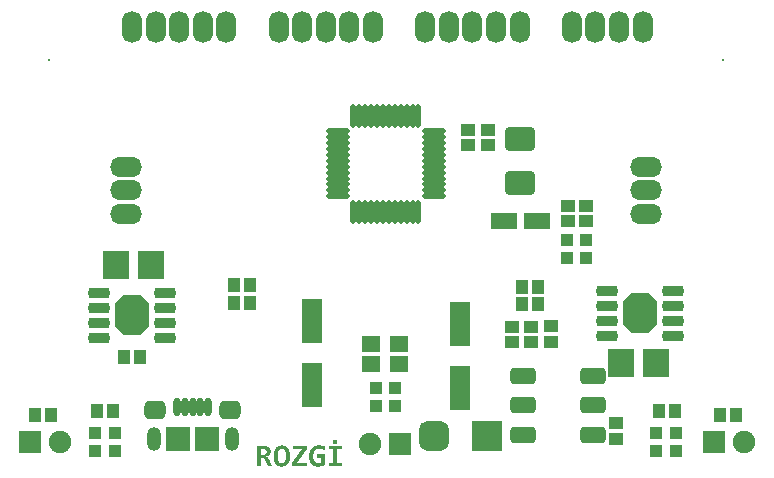
<source format=gts>
G04 Layer_Color=8388736*
%FSLAX44Y44*%
%MOMM*%
G71*
G01*
G75*
%ADD71R,1.0532X1.1532*%
%ADD72R,1.0032X1.0032*%
G04:AMPARAMS|DCode=73|XSize=3.4032mm|YSize=2.8532mm|CornerRadius=0mm|HoleSize=0mm|Usage=FLASHONLY|Rotation=90.000|XOffset=0mm|YOffset=0mm|HoleType=Round|Shape=Octagon|*
%AMOCTAGOND73*
4,1,8,0.7133,1.7016,-0.7133,1.7016,-1.4266,0.9883,-1.4266,-0.9883,-0.7133,-1.7016,0.7133,-1.7016,1.4266,-0.9883,1.4266,0.9883,0.7133,1.7016,0.0*
%
%ADD73OCTAGOND73*%

G04:AMPARAMS|DCode=74|XSize=0.9032mm|YSize=1.8032mm|CornerRadius=0.2766mm|HoleSize=0mm|Usage=FLASHONLY|Rotation=90.000|XOffset=0mm|YOffset=0mm|HoleType=Round|Shape=RoundedRectangle|*
%AMROUNDEDRECTD74*
21,1,0.9032,1.2500,0,0,90.0*
21,1,0.3500,1.8032,0,0,90.0*
1,1,0.5532,0.6250,0.1750*
1,1,0.5532,0.6250,-0.1750*
1,1,0.5532,-0.6250,-0.1750*
1,1,0.5532,-0.6250,0.1750*
%
%ADD74ROUNDEDRECTD74*%
%ADD75R,1.1032X1.2032*%
%ADD76R,1.2032X1.1032*%
G04:AMPARAMS|DCode=77|XSize=0.4832mm|YSize=2.0032mm|CornerRadius=0.1506mm|HoleSize=0mm|Usage=FLASHONLY|Rotation=180.000|XOffset=0mm|YOffset=0mm|HoleType=Round|Shape=RoundedRectangle|*
%AMROUNDEDRECTD77*
21,1,0.4832,1.7020,0,0,180.0*
21,1,0.1820,2.0032,0,0,180.0*
1,1,0.3012,-0.0910,0.8510*
1,1,0.3012,0.0910,0.8510*
1,1,0.3012,0.0910,-0.8510*
1,1,0.3012,-0.0910,-0.8510*
%
%ADD77ROUNDEDRECTD77*%
G04:AMPARAMS|DCode=78|XSize=0.4832mm|YSize=2.0032mm|CornerRadius=0.1506mm|HoleSize=0mm|Usage=FLASHONLY|Rotation=270.000|XOffset=0mm|YOffset=0mm|HoleType=Round|Shape=RoundedRectangle|*
%AMROUNDEDRECTD78*
21,1,0.4832,1.7020,0,0,270.0*
21,1,0.1820,2.0032,0,0,270.0*
1,1,0.3012,-0.8510,-0.0910*
1,1,0.3012,-0.8510,0.0910*
1,1,0.3012,0.8510,0.0910*
1,1,0.3012,0.8510,-0.0910*
%
%ADD78ROUNDEDRECTD78*%
%ADD79R,1.8032X3.7032*%
%ADD80R,1.1532X1.0532*%
G04:AMPARAMS|DCode=81|XSize=1.4032mm|YSize=2.2032mm|CornerRadius=0.3416mm|HoleSize=0mm|Usage=FLASHONLY|Rotation=90.000|XOffset=0mm|YOffset=0mm|HoleType=Round|Shape=RoundedRectangle|*
%AMROUNDEDRECTD81*
21,1,1.4032,1.5200,0,0,90.0*
21,1,0.7200,2.2032,0,0,90.0*
1,1,0.6832,0.7600,0.3600*
1,1,0.6832,0.7600,-0.3600*
1,1,0.6832,-0.7600,-0.3600*
1,1,0.6832,-0.7600,0.3600*
%
%ADD81ROUNDEDRECTD81*%
G04:AMPARAMS|DCode=82|XSize=2.1032mm|YSize=2.6032mm|CornerRadius=0.4816mm|HoleSize=0mm|Usage=FLASHONLY|Rotation=90.000|XOffset=0mm|YOffset=0mm|HoleType=Round|Shape=RoundedRectangle|*
%AMROUNDEDRECTD82*
21,1,2.1032,1.6400,0,0,90.0*
21,1,1.1400,2.6032,0,0,90.0*
1,1,0.9632,0.8200,0.5700*
1,1,0.9632,0.8200,-0.5700*
1,1,0.9632,-0.8200,-0.5700*
1,1,0.9632,-0.8200,0.5700*
%
%ADD82ROUNDEDRECTD82*%
G04:AMPARAMS|DCode=83|XSize=2.5032mm|YSize=2.5032mm|CornerRadius=0.6766mm|HoleSize=0mm|Usage=FLASHONLY|Rotation=0.000|XOffset=0mm|YOffset=0mm|HoleType=Round|Shape=RoundedRectangle|*
%AMROUNDEDRECTD83*
21,1,2.5032,1.1500,0,0,0.0*
21,1,1.1500,2.5032,0,0,0.0*
1,1,1.3532,0.5750,-0.5750*
1,1,1.3532,-0.5750,-0.5750*
1,1,1.3532,-0.5750,0.5750*
1,1,1.3532,0.5750,0.5750*
%
%ADD83ROUNDEDRECTD83*%
%ADD84R,2.5032X2.5032*%
%ADD85R,1.5532X1.3532*%
%ADD86R,2.2032X1.4032*%
%ADD87R,2.1032X2.0032*%
G04:AMPARAMS|DCode=88|XSize=1.8032mm|YSize=1.6032mm|CornerRadius=0.4516mm|HoleSize=0mm|Usage=FLASHONLY|Rotation=0.000|XOffset=0mm|YOffset=0mm|HoleType=Round|Shape=RoundedRectangle|*
%AMROUNDEDRECTD88*
21,1,1.8032,0.7000,0,0,0.0*
21,1,0.9000,1.6032,0,0,0.0*
1,1,0.9032,0.4500,-0.3500*
1,1,0.9032,-0.4500,-0.3500*
1,1,0.9032,-0.4500,0.3500*
1,1,0.9032,0.4500,0.3500*
%
%ADD88ROUNDEDRECTD88*%
%ADD89O,0.6032X1.5532*%
%ADD90R,2.2032X2.4032*%
%ADD91O,1.2032X2.0032*%
%ADD92C,1.9032*%
%ADD93R,1.9032X1.9032*%
%ADD94O,2.7032X1.7032*%
%ADD95O,1.7032X2.7032*%
%ADD96C,0.2032*%
G36*
X227952Y23770D02*
X228367Y23740D01*
X228782Y23681D01*
X229700Y23533D01*
X229759D01*
X229907Y23474D01*
X230114Y23415D01*
X230381Y23355D01*
X230707Y23237D01*
X231032Y23089D01*
X231358Y22911D01*
X231684Y22704D01*
X231714Y22674D01*
X231832Y22615D01*
X231980Y22467D01*
X232158Y22319D01*
X232365Y22082D01*
X232572Y21845D01*
X232780Y21549D01*
X232957Y21223D01*
X232987Y21193D01*
X233046Y21045D01*
X233106Y20868D01*
X233194Y20601D01*
X233283Y20275D01*
X233372Y19890D01*
X233402Y19446D01*
X233431Y18972D01*
Y18943D01*
Y18824D01*
Y18646D01*
X233402Y18409D01*
X233372Y18143D01*
X233313Y17847D01*
X233135Y17284D01*
Y17254D01*
X233076Y17165D01*
X233017Y17017D01*
X232928Y16840D01*
X232691Y16425D01*
X232365Y15981D01*
X232335Y15951D01*
X232276Y15892D01*
X232158Y15803D01*
X232039Y15685D01*
X231862Y15537D01*
X231654Y15388D01*
X231151Y15122D01*
X231121D01*
X231032Y15063D01*
X230884Y15003D01*
X230707Y14944D01*
X230470Y14855D01*
X230203Y14796D01*
X229611Y14648D01*
X229640D01*
X229729Y14619D01*
X229848Y14589D01*
X229996Y14530D01*
X230173Y14411D01*
X230381Y14293D01*
X230588Y14145D01*
X230795Y13937D01*
X230825Y13908D01*
X230884Y13819D01*
X231003Y13700D01*
X231121Y13493D01*
X231299Y13256D01*
X231477Y12960D01*
X231654Y12605D01*
X231862Y12220D01*
X234646Y6385D01*
X230795D01*
X228337Y11983D01*
Y12012D01*
X228278Y12101D01*
X228189Y12249D01*
X228100Y12427D01*
X227804Y12842D01*
X227597Y13019D01*
X227390Y13197D01*
X227360Y13226D01*
X227271Y13256D01*
X227153Y13315D01*
X226975Y13404D01*
X226768Y13493D01*
X226531Y13552D01*
X226234Y13582D01*
X225938Y13612D01*
X225316D01*
Y6385D01*
X222029D01*
Y23800D01*
X227597D01*
X227952Y23770D01*
D02*
G37*
G36*
X293375Y21134D02*
X289554D01*
Y9080D01*
X293375D01*
Y6385D01*
X282387D01*
Y9080D01*
X286208D01*
Y21134D01*
X282387D01*
Y23800D01*
X293375D01*
Y21134D01*
D02*
G37*
G36*
X263877D02*
X255821Y9347D01*
X263995D01*
Y6385D01*
X251734D01*
Y8814D01*
X259701Y20838D01*
X252001D01*
Y23800D01*
X263877D01*
Y21134D01*
D02*
G37*
G36*
X288103Y29042D02*
X288340Y29012D01*
X288607Y28894D01*
X288636D01*
X288666Y28864D01*
X288844Y28775D01*
X289051Y28657D01*
X289258Y28479D01*
X289317Y28420D01*
X289436Y28301D01*
X289584Y28094D01*
X289732Y27827D01*
Y27798D01*
X289762Y27768D01*
X289821Y27590D01*
X289880Y27353D01*
X289910Y27057D01*
Y27028D01*
Y26998D01*
X289880Y26791D01*
X289851Y26524D01*
X289732Y26258D01*
Y26228D01*
X289702Y26198D01*
X289614Y26050D01*
X289495Y25843D01*
X289288Y25636D01*
X289229Y25606D01*
X289110Y25488D01*
X288903Y25340D01*
X288636Y25221D01*
X288607D01*
X288577Y25192D01*
X288399Y25162D01*
X288162Y25103D01*
X287837Y25073D01*
X287777D01*
X287570Y25103D01*
X287333Y25132D01*
X287037Y25221D01*
X287007D01*
X286978Y25251D01*
X286830Y25340D01*
X286622Y25458D01*
X286415Y25636D01*
X286385Y25695D01*
X286267Y25814D01*
X286119Y26021D01*
X286000Y26258D01*
Y26287D01*
X285971Y26317D01*
X285941Y26495D01*
X285882Y26732D01*
X285852Y27057D01*
Y27087D01*
Y27117D01*
X285882Y27324D01*
X285912Y27561D01*
X286000Y27827D01*
Y27857D01*
X286030Y27887D01*
X286119Y28064D01*
X286237Y28272D01*
X286415Y28479D01*
X286474Y28538D01*
X286593Y28627D01*
X286800Y28775D01*
X287037Y28894D01*
X287067D01*
X287096Y28923D01*
X287274Y28982D01*
X287540Y29042D01*
X287837Y29071D01*
X287896D01*
X288103Y29042D01*
D02*
G37*
G36*
X275190Y24066D02*
X275546Y24037D01*
X275931Y24007D01*
X276760Y23859D01*
X276819D01*
X276967Y23829D01*
X277175Y23770D01*
X277471Y23711D01*
X277826Y23651D01*
X278211Y23533D01*
X279070Y23326D01*
Y20097D01*
X279011Y20127D01*
X278892Y20186D01*
X278685Y20246D01*
X278419Y20364D01*
X278093Y20482D01*
X277708Y20601D01*
X277323Y20719D01*
X276879Y20838D01*
X276819Y20868D01*
X276671Y20897D01*
X276434Y20956D01*
X276138Y21016D01*
X275783Y21075D01*
X275368Y21105D01*
X274924Y21164D01*
X274272D01*
X274035Y21134D01*
X273769Y21105D01*
X273413Y21045D01*
X273058Y20986D01*
X272673Y20868D01*
X272318Y20719D01*
X272288Y20690D01*
X272170Y20631D01*
X271992Y20542D01*
X271755Y20423D01*
X271518Y20246D01*
X271252Y20038D01*
X270985Y19801D01*
X270748Y19505D01*
X270718Y19476D01*
X270659Y19357D01*
X270541Y19209D01*
X270393Y18972D01*
X270245Y18706D01*
X270096Y18380D01*
X269948Y17995D01*
X269800Y17580D01*
Y17521D01*
X269741Y17373D01*
X269711Y17136D01*
X269652Y16840D01*
X269593Y16455D01*
X269534Y16011D01*
X269504Y15537D01*
X269475Y15003D01*
Y14974D01*
Y14944D01*
Y14767D01*
Y14500D01*
X269504Y14174D01*
X269534Y13789D01*
X269563Y13345D01*
X269711Y12486D01*
Y12427D01*
X269771Y12308D01*
X269830Y12101D01*
X269919Y11834D01*
X270037Y11538D01*
X270185Y11213D01*
X270541Y10591D01*
X270570Y10561D01*
X270630Y10472D01*
X270778Y10324D01*
X270926Y10146D01*
X271133Y9969D01*
X271399Y9761D01*
X271666Y9584D01*
X271992Y9406D01*
X272022Y9376D01*
X272140Y9347D01*
X272347Y9287D01*
X272584Y9228D01*
X272910Y9140D01*
X273265Y9080D01*
X273710Y9051D01*
X274154Y9021D01*
X274717D01*
X274835Y9051D01*
X274983D01*
X275131Y9080D01*
X275161D01*
X275250Y9110D01*
X275368Y9140D01*
X275516Y9169D01*
X275546D01*
X275635Y9199D01*
X275753Y9258D01*
X275901Y9287D01*
Y13760D01*
X272940D01*
Y16455D01*
X279129D01*
Y7155D01*
X279070Y7125D01*
X278922Y7066D01*
X278685Y6977D01*
X278359Y6859D01*
X277974Y6711D01*
X277560Y6592D01*
X277086Y6444D01*
X276612Y6356D01*
X276553D01*
X276375Y6326D01*
X276108Y6267D01*
X275783Y6237D01*
X275338Y6178D01*
X274865Y6119D01*
X274332Y6089D01*
X273473D01*
X273295Y6119D01*
X273117D01*
X272673Y6148D01*
X272170Y6207D01*
X271637Y6326D01*
X271074Y6444D01*
X270511Y6622D01*
X270481D01*
X270452Y6652D01*
X270274Y6740D01*
X270008Y6859D01*
X269652Y7037D01*
X269267Y7274D01*
X268853Y7570D01*
X268438Y7896D01*
X268053Y8281D01*
X268023Y8340D01*
X267875Y8488D01*
X267698Y8725D01*
X267490Y9051D01*
X267224Y9436D01*
X266987Y9909D01*
X266720Y10443D01*
X266513Y11035D01*
Y11064D01*
X266483Y11124D01*
X266454Y11213D01*
X266424Y11331D01*
X266394Y11479D01*
X266335Y11687D01*
X266246Y12131D01*
X266157Y12693D01*
X266069Y13345D01*
X266009Y14056D01*
X265980Y14826D01*
Y14855D01*
Y14915D01*
Y15033D01*
Y15211D01*
X266009Y15388D01*
Y15625D01*
X266039Y16129D01*
X266128Y16751D01*
X266217Y17402D01*
X266365Y18084D01*
X266542Y18735D01*
Y18765D01*
X266572Y18824D01*
X266602Y18913D01*
X266661Y19031D01*
X266779Y19327D01*
X266957Y19742D01*
X267194Y20186D01*
X267461Y20690D01*
X267786Y21164D01*
X268171Y21638D01*
X268231Y21697D01*
X268379Y21845D01*
X268616Y22052D01*
X268912Y22319D01*
X269297Y22615D01*
X269771Y22911D01*
X270274Y23178D01*
X270837Y23444D01*
X270866D01*
X270896Y23474D01*
X270985Y23503D01*
X271133Y23533D01*
X271281Y23592D01*
X271459Y23651D01*
X271903Y23770D01*
X272436Y23888D01*
X273028Y24007D01*
X273710Y24066D01*
X274450Y24096D01*
X274894D01*
X275190Y24066D01*
D02*
G37*
G36*
X243501D02*
X243797Y24037D01*
X244123Y23977D01*
X244478Y23918D01*
X244863Y23800D01*
X245278Y23681D01*
X245722Y23533D01*
X246137Y23355D01*
X246581Y23148D01*
X246996Y22882D01*
X247410Y22556D01*
X247766Y22230D01*
X248121Y21815D01*
X248151Y21786D01*
X248210Y21697D01*
X248269Y21578D01*
X248388Y21401D01*
X248536Y21164D01*
X248684Y20868D01*
X248832Y20512D01*
X249009Y20127D01*
X249158Y19683D01*
X249306Y19179D01*
X249454Y18646D01*
X249602Y18054D01*
X249720Y17402D01*
X249780Y16692D01*
X249839Y15951D01*
X249868Y15152D01*
Y15122D01*
Y15033D01*
Y14915D01*
Y14767D01*
X249839Y14559D01*
Y14322D01*
X249809Y13760D01*
X249720Y13108D01*
X249632Y12427D01*
X249483Y11746D01*
X249306Y11064D01*
Y11035D01*
X249276Y10976D01*
X249247Y10887D01*
X249217Y10768D01*
X249069Y10472D01*
X248891Y10058D01*
X248684Y9613D01*
X248417Y9140D01*
X248121Y8666D01*
X247766Y8221D01*
X247736Y8162D01*
X247588Y8044D01*
X247410Y7836D01*
X247144Y7599D01*
X246788Y7333D01*
X246403Y7066D01*
X245989Y6829D01*
X245515Y6592D01*
X245456Y6563D01*
X245278Y6504D01*
X245011Y6444D01*
X244685Y6356D01*
X244271Y6237D01*
X243797Y6178D01*
X243264Y6119D01*
X242731Y6089D01*
X242583D01*
X242405Y6119D01*
X242168D01*
X241872Y6148D01*
X241546Y6207D01*
X241191Y6267D01*
X240806Y6385D01*
X240391Y6504D01*
X239947Y6652D01*
X239532Y6829D01*
X239088Y7066D01*
X238673Y7303D01*
X238259Y7629D01*
X237903Y7955D01*
X237548Y8369D01*
X237518Y8399D01*
X237489Y8488D01*
X237400Y8606D01*
X237281Y8784D01*
X237163Y9021D01*
X237015Y9317D01*
X236837Y9672D01*
X236689Y10058D01*
X236541Y10502D01*
X236363Y11005D01*
X236215Y11538D01*
X236097Y12131D01*
X235978Y12782D01*
X235919Y13463D01*
X235860Y14204D01*
X235830Y15003D01*
Y15033D01*
Y15122D01*
Y15240D01*
Y15388D01*
X235860Y15596D01*
Y15833D01*
X235889Y16395D01*
X235949Y17047D01*
X236067Y17728D01*
X236186Y18409D01*
X236363Y19091D01*
Y19120D01*
X236393Y19179D01*
X236423Y19268D01*
X236482Y19387D01*
X236600Y19683D01*
X236778Y20097D01*
X236985Y20542D01*
X237252Y21016D01*
X237548Y21460D01*
X237874Y21904D01*
X237933Y21963D01*
X238051Y22082D01*
X238259Y22289D01*
X238525Y22526D01*
X238851Y22793D01*
X239236Y23089D01*
X239680Y23326D01*
X240154Y23563D01*
X240184D01*
X240214Y23592D01*
X240391Y23651D01*
X240658Y23740D01*
X240984Y23829D01*
X241398Y23918D01*
X241872Y24007D01*
X242405Y24066D01*
X242938Y24096D01*
X243264D01*
X243501Y24066D01*
D02*
G37*
%LPC*%
G36*
X226738Y21075D02*
X225316D01*
Y16158D01*
X226886D01*
X227093Y16188D01*
X227538Y16218D01*
X228011Y16307D01*
X228041D01*
X228130Y16336D01*
X228219Y16366D01*
X228367Y16425D01*
X228722Y16573D01*
X229048Y16781D01*
X229078Y16810D01*
X229137Y16840D01*
X229315Y17017D01*
X229522Y17254D01*
X229729Y17580D01*
Y17610D01*
X229759Y17669D01*
X229818Y17758D01*
X229877Y17906D01*
X229966Y18232D01*
X229996Y18676D01*
Y18706D01*
Y18735D01*
Y18883D01*
X229966Y19120D01*
X229907Y19387D01*
X229788Y19683D01*
X229640Y19979D01*
X229433Y20275D01*
X229167Y20512D01*
X229137Y20542D01*
X229018Y20601D01*
X228841Y20690D01*
X228574Y20808D01*
X228219Y20897D01*
X227804Y20986D01*
X227301Y21045D01*
X226738Y21075D01*
D02*
G37*
G36*
X242849Y21134D02*
X242701D01*
X242494Y21105D01*
X242287Y21075D01*
X242020Y21045D01*
X241724Y20956D01*
X241457Y20868D01*
X241191Y20719D01*
X241161Y20690D01*
X241072Y20660D01*
X240954Y20571D01*
X240806Y20423D01*
X240628Y20275D01*
X240450Y20068D01*
X240273Y19831D01*
X240095Y19564D01*
X240065Y19535D01*
X240036Y19446D01*
X239947Y19268D01*
X239858Y19061D01*
X239769Y18794D01*
X239651Y18469D01*
X239562Y18113D01*
X239473Y17699D01*
Y17639D01*
X239443Y17491D01*
X239414Y17284D01*
X239384Y16958D01*
X239355Y16603D01*
X239325Y16158D01*
X239295Y15685D01*
Y15152D01*
Y15122D01*
Y15003D01*
Y14855D01*
Y14648D01*
X239325Y14382D01*
X239355Y14085D01*
Y13760D01*
X239414Y13434D01*
X239503Y12664D01*
X239651Y11923D01*
X239858Y11183D01*
X239977Y10857D01*
X240125Y10561D01*
Y10531D01*
X240154Y10502D01*
X240273Y10324D01*
X240480Y10087D01*
X240776Y9821D01*
X241161Y9524D01*
X241635Y9287D01*
X242198Y9110D01*
X242494Y9080D01*
X242849Y9051D01*
X242997D01*
X243175Y9080D01*
X243412Y9110D01*
X243649Y9140D01*
X243916Y9228D01*
X244182Y9317D01*
X244449Y9436D01*
X244478Y9465D01*
X244567Y9495D01*
X244685Y9584D01*
X244834Y9732D01*
X245011Y9880D01*
X245189Y10087D01*
X245367Y10295D01*
X245544Y10561D01*
X245574Y10591D01*
X245604Y10709D01*
X245693Y10857D01*
X245781Y11094D01*
X245900Y11361D01*
X246018Y11687D01*
X246107Y12042D01*
X246196Y12427D01*
Y12486D01*
X246226Y12634D01*
X246255Y12871D01*
X246314Y13167D01*
X246344Y13552D01*
X246374Y13996D01*
X246403Y14470D01*
Y15003D01*
Y15033D01*
Y15152D01*
Y15300D01*
Y15507D01*
X246374Y15774D01*
Y16070D01*
X246344Y16395D01*
X246314Y16721D01*
X246196Y17491D01*
X246048Y18232D01*
X245841Y18972D01*
X245722Y19298D01*
X245574Y19594D01*
Y19624D01*
X245544Y19653D01*
X245426Y19831D01*
X245219Y20068D01*
X244923Y20364D01*
X244538Y20660D01*
X244064Y20897D01*
X243501Y21075D01*
X243205Y21105D01*
X242849Y21134D01*
D02*
G37*
%LPD*%
D71*
X86500Y53250D02*
D03*
X99500D02*
D03*
X459500Y158500D02*
D03*
X446500D02*
D03*
X202500Y145000D02*
D03*
X215500D02*
D03*
X459500Y143750D02*
D03*
X446500D02*
D03*
X202500Y160000D02*
D03*
X215500D02*
D03*
X575500Y53250D02*
D03*
X562500D02*
D03*
D72*
X102000Y34500D02*
D03*
Y19500D02*
D03*
X560000Y34500D02*
D03*
Y19500D02*
D03*
X577000Y19500D02*
D03*
Y34500D02*
D03*
X84750Y19500D02*
D03*
Y34500D02*
D03*
X484500Y183000D02*
D03*
Y198000D02*
D03*
X500500Y183000D02*
D03*
Y198000D02*
D03*
X323000Y72500D02*
D03*
Y57500D02*
D03*
X339000Y72500D02*
D03*
Y57500D02*
D03*
D73*
X545750Y135750D02*
D03*
X116250Y134250D02*
D03*
D74*
X517750Y116700D02*
D03*
X573750D02*
D03*
X517750Y154800D02*
D03*
X573750D02*
D03*
X517750Y129400D02*
D03*
X573750D02*
D03*
X517750Y142100D02*
D03*
X573750D02*
D03*
X144250Y153300D02*
D03*
X88250D02*
D03*
X144250Y115200D02*
D03*
X88250D02*
D03*
X144250Y140600D02*
D03*
X88250D02*
D03*
X144250Y127900D02*
D03*
X88250D02*
D03*
D75*
X627000Y50000D02*
D03*
X613500D02*
D03*
X33500D02*
D03*
X47000D02*
D03*
X109125Y99000D02*
D03*
X122625D02*
D03*
D76*
X526000Y29250D02*
D03*
Y42750D02*
D03*
X470500Y111250D02*
D03*
Y124750D02*
D03*
D77*
X358500Y222000D02*
D03*
X353500D02*
D03*
X348500D02*
D03*
X343500D02*
D03*
X338500D02*
D03*
X333500D02*
D03*
X328500D02*
D03*
X323500D02*
D03*
X318500D02*
D03*
X313500D02*
D03*
X308500D02*
D03*
X303500D02*
D03*
Y303000D02*
D03*
X308500D02*
D03*
X313500D02*
D03*
X318500D02*
D03*
X323500D02*
D03*
X328500D02*
D03*
X333500D02*
D03*
X338500D02*
D03*
X343500D02*
D03*
X348500D02*
D03*
X353500D02*
D03*
X358500D02*
D03*
D78*
X290500Y235000D02*
D03*
Y240000D02*
D03*
Y245000D02*
D03*
Y250000D02*
D03*
Y255000D02*
D03*
Y260000D02*
D03*
Y265000D02*
D03*
Y270000D02*
D03*
Y275000D02*
D03*
Y280000D02*
D03*
Y285000D02*
D03*
Y290000D02*
D03*
X371500D02*
D03*
Y285000D02*
D03*
Y280000D02*
D03*
Y275000D02*
D03*
Y270000D02*
D03*
Y265000D02*
D03*
Y260000D02*
D03*
Y255000D02*
D03*
Y250000D02*
D03*
Y245000D02*
D03*
Y240000D02*
D03*
Y235000D02*
D03*
D79*
X268000Y75000D02*
D03*
Y129000D02*
D03*
X394000Y73000D02*
D03*
Y127000D02*
D03*
D80*
X417000Y278250D02*
D03*
Y291250D02*
D03*
X484750Y227000D02*
D03*
Y214000D02*
D03*
X500500Y226750D02*
D03*
Y213750D02*
D03*
X400500Y278000D02*
D03*
Y291000D02*
D03*
X437750Y124250D02*
D03*
Y111250D02*
D03*
X454000Y124500D02*
D03*
Y111500D02*
D03*
D81*
X447000Y33000D02*
D03*
Y58000D02*
D03*
Y83000D02*
D03*
X506000D02*
D03*
Y58000D02*
D03*
Y33000D02*
D03*
D82*
X444250Y246500D02*
D03*
Y283500D02*
D03*
D83*
X371500Y32000D02*
D03*
D84*
X416500D02*
D03*
D85*
X342250Y92750D02*
D03*
Y110250D02*
D03*
X318250Y92750D02*
D03*
Y110250D02*
D03*
D86*
X458750Y214000D02*
D03*
X430750D02*
D03*
D87*
X179250Y29750D02*
D03*
X155250D02*
D03*
D88*
X199250Y54250D02*
D03*
X135250D02*
D03*
D89*
X167250Y56500D02*
D03*
X160750D02*
D03*
X154250D02*
D03*
X180250D02*
D03*
X173750D02*
D03*
D90*
X102125Y177000D02*
D03*
X132125D02*
D03*
X559875Y93500D02*
D03*
X529875D02*
D03*
D91*
X200250Y29750D02*
D03*
X134250D02*
D03*
D92*
X317300Y25000D02*
D03*
X54750Y27000D02*
D03*
X634200D02*
D03*
D93*
X342700Y25000D02*
D03*
X29350Y27000D02*
D03*
X608800D02*
D03*
D94*
X551000Y220000D02*
D03*
Y240000D02*
D03*
Y260000D02*
D03*
X111000D02*
D03*
Y240000D02*
D03*
Y220000D02*
D03*
D95*
X364167Y378250D02*
D03*
X444167D02*
D03*
X384167D02*
D03*
X404167D02*
D03*
X424167D02*
D03*
X176000D02*
D03*
X156000D02*
D03*
X136000D02*
D03*
X196000D02*
D03*
X116000D02*
D03*
X548250D02*
D03*
X488250D02*
D03*
X508250D02*
D03*
X528250D02*
D03*
X240083D02*
D03*
X320083D02*
D03*
X260083D02*
D03*
X280083D02*
D03*
X300083D02*
D03*
D96*
X46000Y350000D02*
D03*
X616000D02*
D03*
M02*

</source>
